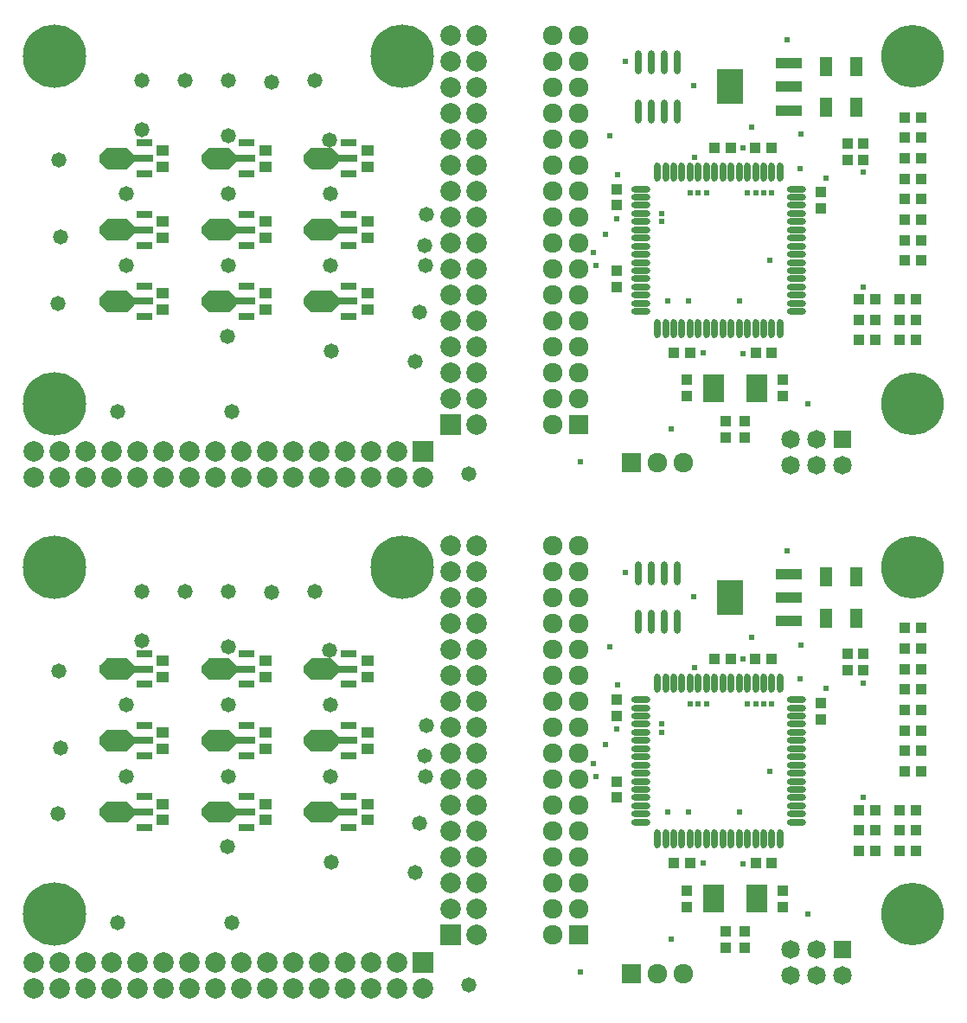
<source format=gts>
G04 Layer_Color=8388736*
%FSLAX25Y25*%
%MOIN*%
G70*
G01*
G75*
%ADD37R,0.04016X0.04409*%
%ADD38O,0.02638X0.07362*%
%ADD39O,0.07362X0.02638*%
%ADD40R,0.07953X0.10709*%
%ADD41R,0.09921X0.13465*%
%ADD42R,0.09921X0.04213*%
%ADD43O,0.02835X0.09134*%
%ADD44R,0.04409X0.04016*%
%ADD45R,0.05000X0.07559*%
%ADD46R,0.04737X0.04343*%
%ADD47R,0.06312X0.03162*%
%ADD48R,0.07887X0.03162*%
%ADD49C,0.07559*%
%ADD50R,0.07559X0.07559*%
%ADD51R,0.07559X0.07559*%
%ADD52C,0.07165*%
%ADD53R,0.07165X0.07165*%
%ADD54C,0.24094*%
%ADD55C,0.02441*%
%ADD56C,0.24422*%
%ADD57R,0.07887X0.07887*%
%ADD58C,0.07887*%
%ADD59R,0.07887X0.07887*%
%ADD60C,0.05800*%
G36*
X126233Y86815D02*
X126285Y86805D01*
X126335Y86788D01*
X126382Y86765D01*
X126425Y86735D01*
X126465Y86701D01*
X129024Y84142D01*
X129058Y84102D01*
X129087Y84059D01*
X129111Y84012D01*
X129127Y83962D01*
X129138Y83911D01*
X129141Y83858D01*
Y81496D01*
X129138Y81444D01*
X129127Y81392D01*
X129111Y81343D01*
X129087Y81296D01*
X129058Y81252D01*
X129024Y81213D01*
X126465Y78654D01*
X126425Y78619D01*
X126382Y78590D01*
X126335Y78567D01*
X126285Y78550D01*
X126233Y78540D01*
X126181Y78536D01*
X118701D01*
X118649Y78540D01*
X118597Y78550D01*
X118547Y78567D01*
X118500Y78590D01*
X118457Y78619D01*
X118417Y78654D01*
X115858Y81213D01*
X115824Y81252D01*
X115795Y81296D01*
X115771Y81343D01*
X115755Y81392D01*
X115744Y81444D01*
X115741Y81496D01*
Y83858D01*
X115744Y83911D01*
X115755Y83962D01*
X115771Y84012D01*
X115795Y84059D01*
X115824Y84102D01*
X115858Y84142D01*
X118417Y86701D01*
X118457Y86735D01*
X118500Y86765D01*
X118547Y86788D01*
X118597Y86805D01*
X118649Y86815D01*
X118701Y86818D01*
X126181D01*
X126233Y86815D01*
D02*
G37*
G36*
X47493Y114374D02*
X47545Y114364D01*
X47594Y114347D01*
X47641Y114324D01*
X47685Y114295D01*
X47725Y114260D01*
X50283Y111701D01*
X50318Y111661D01*
X50347Y111618D01*
X50370Y111571D01*
X50387Y111521D01*
X50397Y111470D01*
X50401Y111417D01*
Y109055D01*
X50397Y109003D01*
X50387Y108951D01*
X50370Y108902D01*
X50347Y108855D01*
X50318Y108811D01*
X50283Y108772D01*
X47725Y106213D01*
X47685Y106178D01*
X47641Y106149D01*
X47594Y106126D01*
X47545Y106109D01*
X47493Y106099D01*
X47441Y106095D01*
X39961D01*
X39908Y106099D01*
X39857Y106109D01*
X39807Y106126D01*
X39760Y106149D01*
X39717Y106178D01*
X39677Y106213D01*
X37118Y108772D01*
X37084Y108811D01*
X37054Y108855D01*
X37031Y108902D01*
X37014Y108951D01*
X37004Y109003D01*
X37001Y109055D01*
Y111417D01*
X37004Y111470D01*
X37014Y111521D01*
X37031Y111571D01*
X37054Y111618D01*
X37084Y111661D01*
X37118Y111701D01*
X39677Y114260D01*
X39717Y114295D01*
X39760Y114324D01*
X39807Y114347D01*
X39857Y114364D01*
X39908Y114374D01*
X39961Y114377D01*
X47441D01*
X47493Y114374D01*
D02*
G37*
G36*
Y86815D02*
X47545Y86805D01*
X47594Y86788D01*
X47641Y86765D01*
X47685Y86735D01*
X47725Y86701D01*
X50283Y84142D01*
X50318Y84102D01*
X50347Y84059D01*
X50370Y84012D01*
X50387Y83962D01*
X50397Y83911D01*
X50401Y83858D01*
Y81496D01*
X50397Y81444D01*
X50387Y81392D01*
X50370Y81343D01*
X50347Y81296D01*
X50318Y81252D01*
X50283Y81213D01*
X47725Y78654D01*
X47685Y78619D01*
X47641Y78590D01*
X47594Y78567D01*
X47545Y78550D01*
X47493Y78540D01*
X47441Y78536D01*
X39961D01*
X39908Y78540D01*
X39857Y78550D01*
X39807Y78567D01*
X39760Y78590D01*
X39717Y78619D01*
X39677Y78654D01*
X37118Y81213D01*
X37084Y81252D01*
X37054Y81296D01*
X37031Y81343D01*
X37014Y81392D01*
X37004Y81444D01*
X37001Y81496D01*
Y83858D01*
X37004Y83911D01*
X37014Y83962D01*
X37031Y84012D01*
X37054Y84059D01*
X37084Y84102D01*
X37118Y84142D01*
X39677Y86701D01*
X39717Y86735D01*
X39760Y86765D01*
X39807Y86788D01*
X39857Y86805D01*
X39908Y86815D01*
X39961Y86818D01*
X47441D01*
X47493Y86815D01*
D02*
G37*
G36*
X86863D02*
X86915Y86805D01*
X86964Y86788D01*
X87011Y86765D01*
X87055Y86735D01*
X87094Y86701D01*
X89654Y84142D01*
X89688Y84102D01*
X89717Y84059D01*
X89741Y84012D01*
X89757Y83962D01*
X89768Y83911D01*
X89771Y83858D01*
Y81496D01*
X89768Y81444D01*
X89757Y81392D01*
X89741Y81343D01*
X89717Y81296D01*
X89688Y81252D01*
X89654Y81213D01*
X87094Y78654D01*
X87055Y78619D01*
X87011Y78590D01*
X86964Y78567D01*
X86915Y78550D01*
X86863Y78540D01*
X86811Y78536D01*
X79331D01*
X79278Y78540D01*
X79227Y78550D01*
X79177Y78567D01*
X79130Y78590D01*
X79087Y78619D01*
X79047Y78654D01*
X76488Y81213D01*
X76454Y81252D01*
X76425Y81296D01*
X76401Y81343D01*
X76385Y81392D01*
X76374Y81444D01*
X76371Y81496D01*
Y83858D01*
X76374Y83911D01*
X76385Y83962D01*
X76401Y84012D01*
X76425Y84059D01*
X76454Y84102D01*
X76488Y84142D01*
X79047Y86701D01*
X79087Y86735D01*
X79130Y86765D01*
X79177Y86788D01*
X79227Y86805D01*
X79278Y86815D01*
X79331Y86818D01*
X86811D01*
X86863Y86815D01*
D02*
G37*
G36*
Y114374D02*
X86915Y114364D01*
X86964Y114347D01*
X87011Y114324D01*
X87055Y114295D01*
X87094Y114260D01*
X89654Y111701D01*
X89688Y111661D01*
X89717Y111618D01*
X89741Y111571D01*
X89757Y111521D01*
X89768Y111470D01*
X89771Y111417D01*
Y109055D01*
X89768Y109003D01*
X89757Y108951D01*
X89741Y108902D01*
X89717Y108855D01*
X89688Y108811D01*
X89654Y108772D01*
X87094Y106213D01*
X87055Y106178D01*
X87011Y106149D01*
X86964Y106126D01*
X86915Y106109D01*
X86863Y106099D01*
X86811Y106095D01*
X79331D01*
X79278Y106099D01*
X79227Y106109D01*
X79177Y106126D01*
X79130Y106149D01*
X79087Y106178D01*
X79047Y106213D01*
X76488Y108772D01*
X76454Y108811D01*
X76425Y108855D01*
X76401Y108902D01*
X76385Y108951D01*
X76374Y109003D01*
X76371Y109055D01*
Y111417D01*
X76374Y111470D01*
X76385Y111521D01*
X76401Y111571D01*
X76425Y111618D01*
X76454Y111661D01*
X76488Y111701D01*
X79047Y114260D01*
X79087Y114295D01*
X79130Y114324D01*
X79177Y114347D01*
X79227Y114364D01*
X79278Y114374D01*
X79331Y114377D01*
X86811D01*
X86863Y114374D01*
D02*
G37*
G36*
Y141933D02*
X86915Y141923D01*
X86964Y141906D01*
X87011Y141883D01*
X87055Y141853D01*
X87094Y141819D01*
X89654Y139260D01*
X89688Y139220D01*
X89717Y139177D01*
X89741Y139130D01*
X89757Y139080D01*
X89768Y139029D01*
X89771Y138976D01*
Y136614D01*
X89768Y136562D01*
X89757Y136511D01*
X89741Y136461D01*
X89717Y136414D01*
X89688Y136370D01*
X89654Y136331D01*
X87094Y133772D01*
X87055Y133737D01*
X87011Y133708D01*
X86964Y133685D01*
X86915Y133668D01*
X86863Y133658D01*
X86811Y133654D01*
X79331D01*
X79278Y133658D01*
X79227Y133668D01*
X79177Y133685D01*
X79130Y133708D01*
X79087Y133737D01*
X79047Y133772D01*
X76488Y136331D01*
X76454Y136370D01*
X76425Y136414D01*
X76401Y136461D01*
X76385Y136511D01*
X76374Y136562D01*
X76371Y136614D01*
Y138976D01*
X76374Y139029D01*
X76385Y139080D01*
X76401Y139130D01*
X76425Y139177D01*
X76454Y139220D01*
X76488Y139260D01*
X79047Y141819D01*
X79087Y141853D01*
X79130Y141883D01*
X79177Y141906D01*
X79227Y141923D01*
X79278Y141933D01*
X79331Y141936D01*
X86811D01*
X86863Y141933D01*
D02*
G37*
G36*
X126233D02*
X126285Y141923D01*
X126335Y141906D01*
X126382Y141883D01*
X126425Y141853D01*
X126465Y141819D01*
X129024Y139260D01*
X129058Y139220D01*
X129087Y139177D01*
X129111Y139130D01*
X129127Y139080D01*
X129138Y139029D01*
X129141Y138976D01*
Y136614D01*
X129138Y136562D01*
X129127Y136511D01*
X129111Y136461D01*
X129087Y136414D01*
X129058Y136370D01*
X129024Y136331D01*
X126465Y133772D01*
X126425Y133737D01*
X126382Y133708D01*
X126335Y133685D01*
X126285Y133668D01*
X126233Y133658D01*
X126181Y133654D01*
X118701D01*
X118649Y133658D01*
X118597Y133668D01*
X118547Y133685D01*
X118500Y133708D01*
X118457Y133737D01*
X118417Y133772D01*
X115858Y136331D01*
X115824Y136370D01*
X115795Y136414D01*
X115771Y136461D01*
X115755Y136511D01*
X115744Y136562D01*
X115741Y136614D01*
Y138976D01*
X115744Y139029D01*
X115755Y139080D01*
X115771Y139130D01*
X115795Y139177D01*
X115824Y139220D01*
X115858Y139260D01*
X118417Y141819D01*
X118457Y141853D01*
X118500Y141883D01*
X118547Y141906D01*
X118597Y141923D01*
X118649Y141933D01*
X118701Y141936D01*
X126181D01*
X126233Y141933D01*
D02*
G37*
G36*
Y114374D02*
X126285Y114364D01*
X126335Y114347D01*
X126382Y114324D01*
X126425Y114295D01*
X126465Y114260D01*
X129024Y111701D01*
X129058Y111661D01*
X129087Y111618D01*
X129111Y111571D01*
X129127Y111521D01*
X129138Y111470D01*
X129141Y111417D01*
Y109055D01*
X129138Y109003D01*
X129127Y108951D01*
X129111Y108902D01*
X129087Y108855D01*
X129058Y108811D01*
X129024Y108772D01*
X126465Y106213D01*
X126425Y106178D01*
X126382Y106149D01*
X126335Y106126D01*
X126285Y106109D01*
X126233Y106099D01*
X126181Y106095D01*
X118701D01*
X118649Y106099D01*
X118597Y106109D01*
X118547Y106126D01*
X118500Y106149D01*
X118457Y106178D01*
X118417Y106213D01*
X115858Y108772D01*
X115824Y108811D01*
X115795Y108855D01*
X115771Y108902D01*
X115755Y108951D01*
X115744Y109003D01*
X115741Y109055D01*
Y111417D01*
X115744Y111470D01*
X115755Y111521D01*
X115771Y111571D01*
X115795Y111618D01*
X115824Y111661D01*
X115858Y111701D01*
X118417Y114260D01*
X118457Y114295D01*
X118500Y114324D01*
X118547Y114347D01*
X118597Y114364D01*
X118649Y114374D01*
X118701Y114377D01*
X126181D01*
X126233Y114374D01*
D02*
G37*
G36*
X47493Y141933D02*
X47545Y141923D01*
X47594Y141906D01*
X47641Y141883D01*
X47685Y141853D01*
X47725Y141819D01*
X50283Y139260D01*
X50318Y139220D01*
X50347Y139177D01*
X50370Y139130D01*
X50387Y139080D01*
X50397Y139029D01*
X50401Y138976D01*
Y136614D01*
X50397Y136562D01*
X50387Y136511D01*
X50370Y136461D01*
X50347Y136414D01*
X50318Y136370D01*
X50283Y136331D01*
X47725Y133772D01*
X47685Y133737D01*
X47641Y133708D01*
X47594Y133685D01*
X47545Y133668D01*
X47493Y133658D01*
X47441Y133654D01*
X39961D01*
X39908Y133658D01*
X39857Y133668D01*
X39807Y133685D01*
X39760Y133708D01*
X39717Y133737D01*
X39677Y133772D01*
X37118Y136331D01*
X37084Y136370D01*
X37054Y136414D01*
X37031Y136461D01*
X37014Y136511D01*
X37004Y136562D01*
X37001Y136614D01*
Y138976D01*
X37004Y139029D01*
X37014Y139080D01*
X37031Y139130D01*
X37054Y139177D01*
X37084Y139220D01*
X37118Y139260D01*
X39677Y141819D01*
X39717Y141853D01*
X39760Y141883D01*
X39807Y141906D01*
X39857Y141923D01*
X39908Y141933D01*
X39961Y141936D01*
X47441D01*
X47493Y141933D01*
D02*
G37*
G36*
X126233Y283665D02*
X126285Y283655D01*
X126335Y283638D01*
X126382Y283615D01*
X126425Y283586D01*
X126465Y283551D01*
X129024Y280992D01*
X129058Y280953D01*
X129087Y280909D01*
X129111Y280862D01*
X129127Y280813D01*
X129138Y280761D01*
X129141Y280709D01*
Y278346D01*
X129138Y278294D01*
X129127Y278243D01*
X129111Y278193D01*
X129087Y278146D01*
X129058Y278102D01*
X129024Y278063D01*
X126465Y275504D01*
X126425Y275469D01*
X126382Y275440D01*
X126335Y275417D01*
X126285Y275400D01*
X126233Y275390D01*
X126181Y275387D01*
X118701D01*
X118649Y275390D01*
X118597Y275400D01*
X118547Y275417D01*
X118500Y275440D01*
X118457Y275469D01*
X118417Y275504D01*
X115858Y278063D01*
X115824Y278102D01*
X115795Y278146D01*
X115771Y278193D01*
X115755Y278243D01*
X115744Y278294D01*
X115741Y278346D01*
Y280709D01*
X115744Y280761D01*
X115755Y280813D01*
X115771Y280862D01*
X115795Y280909D01*
X115824Y280953D01*
X115858Y280992D01*
X118417Y283551D01*
X118457Y283586D01*
X118500Y283615D01*
X118547Y283638D01*
X118597Y283655D01*
X118649Y283665D01*
X118701Y283669D01*
X126181D01*
X126233Y283665D01*
D02*
G37*
G36*
X47493Y311224D02*
X47545Y311214D01*
X47594Y311197D01*
X47641Y311174D01*
X47685Y311145D01*
X47725Y311110D01*
X50283Y308551D01*
X50318Y308512D01*
X50347Y308468D01*
X50370Y308421D01*
X50387Y308371D01*
X50397Y308320D01*
X50401Y308268D01*
Y305906D01*
X50397Y305853D01*
X50387Y305802D01*
X50370Y305752D01*
X50347Y305705D01*
X50318Y305662D01*
X50283Y305622D01*
X47725Y303063D01*
X47685Y303028D01*
X47641Y302999D01*
X47594Y302976D01*
X47545Y302959D01*
X47493Y302949D01*
X47441Y302946D01*
X39961D01*
X39908Y302949D01*
X39857Y302959D01*
X39807Y302976D01*
X39760Y302999D01*
X39717Y303028D01*
X39677Y303063D01*
X37118Y305622D01*
X37084Y305662D01*
X37054Y305705D01*
X37031Y305752D01*
X37014Y305802D01*
X37004Y305853D01*
X37001Y305906D01*
Y308268D01*
X37004Y308320D01*
X37014Y308371D01*
X37031Y308421D01*
X37054Y308468D01*
X37084Y308512D01*
X37118Y308551D01*
X39677Y311110D01*
X39717Y311145D01*
X39760Y311174D01*
X39807Y311197D01*
X39857Y311214D01*
X39908Y311224D01*
X39961Y311228D01*
X47441D01*
X47493Y311224D01*
D02*
G37*
G36*
Y283665D02*
X47545Y283655D01*
X47594Y283638D01*
X47641Y283615D01*
X47685Y283586D01*
X47725Y283551D01*
X50283Y280992D01*
X50318Y280953D01*
X50347Y280909D01*
X50370Y280862D01*
X50387Y280813D01*
X50397Y280761D01*
X50401Y280709D01*
Y278346D01*
X50397Y278294D01*
X50387Y278243D01*
X50370Y278193D01*
X50347Y278146D01*
X50318Y278102D01*
X50283Y278063D01*
X47725Y275504D01*
X47685Y275469D01*
X47641Y275440D01*
X47594Y275417D01*
X47545Y275400D01*
X47493Y275390D01*
X47441Y275387D01*
X39961D01*
X39908Y275390D01*
X39857Y275400D01*
X39807Y275417D01*
X39760Y275440D01*
X39717Y275469D01*
X39677Y275504D01*
X37118Y278063D01*
X37084Y278102D01*
X37054Y278146D01*
X37031Y278193D01*
X37014Y278243D01*
X37004Y278294D01*
X37001Y278346D01*
Y280709D01*
X37004Y280761D01*
X37014Y280813D01*
X37031Y280862D01*
X37054Y280909D01*
X37084Y280953D01*
X37118Y280992D01*
X39677Y283551D01*
X39717Y283586D01*
X39760Y283615D01*
X39807Y283638D01*
X39857Y283655D01*
X39908Y283665D01*
X39961Y283669D01*
X47441D01*
X47493Y283665D01*
D02*
G37*
G36*
X86863D02*
X86915Y283655D01*
X86964Y283638D01*
X87011Y283615D01*
X87055Y283586D01*
X87094Y283551D01*
X89654Y280992D01*
X89688Y280953D01*
X89717Y280909D01*
X89741Y280862D01*
X89757Y280813D01*
X89768Y280761D01*
X89771Y280709D01*
Y278346D01*
X89768Y278294D01*
X89757Y278243D01*
X89741Y278193D01*
X89717Y278146D01*
X89688Y278102D01*
X89654Y278063D01*
X87094Y275504D01*
X87055Y275469D01*
X87011Y275440D01*
X86964Y275417D01*
X86915Y275400D01*
X86863Y275390D01*
X86811Y275387D01*
X79331D01*
X79278Y275390D01*
X79227Y275400D01*
X79177Y275417D01*
X79130Y275440D01*
X79087Y275469D01*
X79047Y275504D01*
X76488Y278063D01*
X76454Y278102D01*
X76425Y278146D01*
X76401Y278193D01*
X76385Y278243D01*
X76374Y278294D01*
X76371Y278346D01*
Y280709D01*
X76374Y280761D01*
X76385Y280813D01*
X76401Y280862D01*
X76425Y280909D01*
X76454Y280953D01*
X76488Y280992D01*
X79047Y283551D01*
X79087Y283586D01*
X79130Y283615D01*
X79177Y283638D01*
X79227Y283655D01*
X79278Y283665D01*
X79331Y283669D01*
X86811D01*
X86863Y283665D01*
D02*
G37*
G36*
Y311224D02*
X86915Y311214D01*
X86964Y311197D01*
X87011Y311174D01*
X87055Y311145D01*
X87094Y311110D01*
X89654Y308551D01*
X89688Y308512D01*
X89717Y308468D01*
X89741Y308421D01*
X89757Y308371D01*
X89768Y308320D01*
X89771Y308268D01*
Y305906D01*
X89768Y305853D01*
X89757Y305802D01*
X89741Y305752D01*
X89717Y305705D01*
X89688Y305662D01*
X89654Y305622D01*
X87094Y303063D01*
X87055Y303028D01*
X87011Y302999D01*
X86964Y302976D01*
X86915Y302959D01*
X86863Y302949D01*
X86811Y302946D01*
X79331D01*
X79278Y302949D01*
X79227Y302959D01*
X79177Y302976D01*
X79130Y302999D01*
X79087Y303028D01*
X79047Y303063D01*
X76488Y305622D01*
X76454Y305662D01*
X76425Y305705D01*
X76401Y305752D01*
X76385Y305802D01*
X76374Y305853D01*
X76371Y305906D01*
Y308268D01*
X76374Y308320D01*
X76385Y308371D01*
X76401Y308421D01*
X76425Y308468D01*
X76454Y308512D01*
X76488Y308551D01*
X79047Y311110D01*
X79087Y311145D01*
X79130Y311174D01*
X79177Y311197D01*
X79227Y311214D01*
X79278Y311224D01*
X79331Y311228D01*
X86811D01*
X86863Y311224D01*
D02*
G37*
G36*
Y338783D02*
X86915Y338773D01*
X86964Y338756D01*
X87011Y338733D01*
X87055Y338704D01*
X87094Y338669D01*
X89654Y336110D01*
X89688Y336071D01*
X89717Y336027D01*
X89741Y335980D01*
X89757Y335931D01*
X89768Y335879D01*
X89771Y335827D01*
Y333465D01*
X89768Y333412D01*
X89757Y333361D01*
X89741Y333311D01*
X89717Y333264D01*
X89688Y333221D01*
X89654Y333181D01*
X87094Y330622D01*
X87055Y330588D01*
X87011Y330558D01*
X86964Y330535D01*
X86915Y330518D01*
X86863Y330508D01*
X86811Y330505D01*
X79331D01*
X79278Y330508D01*
X79227Y330518D01*
X79177Y330535D01*
X79130Y330558D01*
X79087Y330588D01*
X79047Y330622D01*
X76488Y333181D01*
X76454Y333221D01*
X76425Y333264D01*
X76401Y333311D01*
X76385Y333361D01*
X76374Y333412D01*
X76371Y333465D01*
Y335827D01*
X76374Y335879D01*
X76385Y335931D01*
X76401Y335980D01*
X76425Y336027D01*
X76454Y336071D01*
X76488Y336110D01*
X79047Y338669D01*
X79087Y338704D01*
X79130Y338733D01*
X79177Y338756D01*
X79227Y338773D01*
X79278Y338783D01*
X79331Y338787D01*
X86811D01*
X86863Y338783D01*
D02*
G37*
G36*
X126233D02*
X126285Y338773D01*
X126335Y338756D01*
X126382Y338733D01*
X126425Y338704D01*
X126465Y338669D01*
X129024Y336110D01*
X129058Y336071D01*
X129087Y336027D01*
X129111Y335980D01*
X129127Y335931D01*
X129138Y335879D01*
X129141Y335827D01*
Y333465D01*
X129138Y333412D01*
X129127Y333361D01*
X129111Y333311D01*
X129087Y333264D01*
X129058Y333221D01*
X129024Y333181D01*
X126465Y330622D01*
X126425Y330588D01*
X126382Y330558D01*
X126335Y330535D01*
X126285Y330518D01*
X126233Y330508D01*
X126181Y330505D01*
X118701D01*
X118649Y330508D01*
X118597Y330518D01*
X118547Y330535D01*
X118500Y330558D01*
X118457Y330588D01*
X118417Y330622D01*
X115858Y333181D01*
X115824Y333221D01*
X115795Y333264D01*
X115771Y333311D01*
X115755Y333361D01*
X115744Y333412D01*
X115741Y333465D01*
Y335827D01*
X115744Y335879D01*
X115755Y335931D01*
X115771Y335980D01*
X115795Y336027D01*
X115824Y336071D01*
X115858Y336110D01*
X118417Y338669D01*
X118457Y338704D01*
X118500Y338733D01*
X118547Y338756D01*
X118597Y338773D01*
X118649Y338783D01*
X118701Y338787D01*
X126181D01*
X126233Y338783D01*
D02*
G37*
G36*
Y311224D02*
X126285Y311214D01*
X126335Y311197D01*
X126382Y311174D01*
X126425Y311145D01*
X126465Y311110D01*
X129024Y308551D01*
X129058Y308512D01*
X129087Y308468D01*
X129111Y308421D01*
X129127Y308371D01*
X129138Y308320D01*
X129141Y308268D01*
Y305906D01*
X129138Y305853D01*
X129127Y305802D01*
X129111Y305752D01*
X129087Y305705D01*
X129058Y305662D01*
X129024Y305622D01*
X126465Y303063D01*
X126425Y303028D01*
X126382Y302999D01*
X126335Y302976D01*
X126285Y302959D01*
X126233Y302949D01*
X126181Y302946D01*
X118701D01*
X118649Y302949D01*
X118597Y302959D01*
X118547Y302976D01*
X118500Y302999D01*
X118457Y303028D01*
X118417Y303063D01*
X115858Y305622D01*
X115824Y305662D01*
X115795Y305705D01*
X115771Y305752D01*
X115755Y305802D01*
X115744Y305853D01*
X115741Y305906D01*
Y308268D01*
X115744Y308320D01*
X115755Y308371D01*
X115771Y308421D01*
X115795Y308468D01*
X115824Y308512D01*
X115858Y308551D01*
X118417Y311110D01*
X118457Y311145D01*
X118500Y311174D01*
X118547Y311197D01*
X118597Y311214D01*
X118649Y311224D01*
X118701Y311228D01*
X126181D01*
X126233Y311224D01*
D02*
G37*
G36*
X47493Y338783D02*
X47545Y338773D01*
X47594Y338756D01*
X47641Y338733D01*
X47685Y338704D01*
X47725Y338669D01*
X50283Y336110D01*
X50318Y336071D01*
X50347Y336027D01*
X50370Y335980D01*
X50387Y335931D01*
X50397Y335879D01*
X50401Y335827D01*
Y333465D01*
X50397Y333412D01*
X50387Y333361D01*
X50370Y333311D01*
X50347Y333264D01*
X50318Y333221D01*
X50283Y333181D01*
X47725Y330622D01*
X47685Y330588D01*
X47641Y330558D01*
X47594Y330535D01*
X47545Y330518D01*
X47493Y330508D01*
X47441Y330505D01*
X39961D01*
X39908Y330508D01*
X39857Y330518D01*
X39807Y330535D01*
X39760Y330558D01*
X39717Y330588D01*
X39677Y330622D01*
X37118Y333181D01*
X37084Y333221D01*
X37054Y333264D01*
X37031Y333311D01*
X37014Y333361D01*
X37004Y333412D01*
X37001Y333465D01*
Y335827D01*
X37004Y335879D01*
X37014Y335931D01*
X37031Y335980D01*
X37054Y336027D01*
X37084Y336071D01*
X37118Y336110D01*
X39677Y338669D01*
X39717Y338704D01*
X39760Y338733D01*
X39807Y338756D01*
X39857Y338773D01*
X39908Y338783D01*
X39961Y338787D01*
X47441D01*
X47493Y338783D01*
D02*
G37*
D37*
X353543Y153543D02*
D03*
X347244D02*
D03*
X353543Y145669D02*
D03*
X347244D02*
D03*
X353543Y137795D02*
D03*
X347244D02*
D03*
X353543Y129921D02*
D03*
X347244D02*
D03*
X353543Y122047D02*
D03*
X347244D02*
D03*
X353543Y114173D02*
D03*
X347244D02*
D03*
X353543Y106299D02*
D03*
X347244D02*
D03*
X353543Y98425D02*
D03*
X347244D02*
D03*
X335827Y83465D02*
D03*
X329528D02*
D03*
X335827Y75591D02*
D03*
X329528D02*
D03*
X335827Y67717D02*
D03*
X329528D02*
D03*
X345276Y83465D02*
D03*
X351575D02*
D03*
X345276Y75591D02*
D03*
X351575D02*
D03*
X345276Y67717D02*
D03*
X351575D02*
D03*
X296063Y62992D02*
D03*
X289764D02*
D03*
X258268D02*
D03*
X264567D02*
D03*
X280315Y141732D02*
D03*
X274016D02*
D03*
X289665D02*
D03*
X295965D02*
D03*
X353543Y350394D02*
D03*
X347244D02*
D03*
X353543Y342520D02*
D03*
X347244D02*
D03*
X353543Y334646D02*
D03*
X347244D02*
D03*
X353543Y326772D02*
D03*
X347244D02*
D03*
X353543Y318898D02*
D03*
X347244D02*
D03*
X353543Y311024D02*
D03*
X347244D02*
D03*
X353543Y303150D02*
D03*
X347244D02*
D03*
X353543Y295276D02*
D03*
X347244D02*
D03*
X335827Y280315D02*
D03*
X329528D02*
D03*
X335827Y272441D02*
D03*
X329528D02*
D03*
X335827Y264567D02*
D03*
X329528D02*
D03*
X345276Y280315D02*
D03*
X351575D02*
D03*
X345276Y272441D02*
D03*
X351575D02*
D03*
X345276Y264567D02*
D03*
X351575D02*
D03*
X296063Y259843D02*
D03*
X289764D02*
D03*
X258268D02*
D03*
X264567D02*
D03*
X280315Y338583D02*
D03*
X274016D02*
D03*
X289665D02*
D03*
X295965D02*
D03*
D38*
X299213Y72244D02*
D03*
X296063D02*
D03*
X292913D02*
D03*
X289764D02*
D03*
X286614D02*
D03*
X283465D02*
D03*
X280315D02*
D03*
X277165D02*
D03*
X274016D02*
D03*
X270866D02*
D03*
X267717D02*
D03*
X264567D02*
D03*
X261417D02*
D03*
X258268D02*
D03*
X255118D02*
D03*
X251969D02*
D03*
Y132480D02*
D03*
X255118D02*
D03*
X258268D02*
D03*
X261417D02*
D03*
X264567D02*
D03*
X267717D02*
D03*
X270866D02*
D03*
X274016D02*
D03*
X277165D02*
D03*
X280315D02*
D03*
X283465D02*
D03*
X286614D02*
D03*
X289764D02*
D03*
X292913D02*
D03*
X296063D02*
D03*
X299213D02*
D03*
Y269095D02*
D03*
X296063D02*
D03*
X292913D02*
D03*
X289764D02*
D03*
X286614D02*
D03*
X283465D02*
D03*
X280315D02*
D03*
X277165D02*
D03*
X274016D02*
D03*
X270866D02*
D03*
X267717D02*
D03*
X264567D02*
D03*
X261417D02*
D03*
X258268D02*
D03*
X255118D02*
D03*
X251969D02*
D03*
Y329331D02*
D03*
X255118D02*
D03*
X258268D02*
D03*
X261417D02*
D03*
X264567D02*
D03*
X267717D02*
D03*
X270866D02*
D03*
X274016D02*
D03*
X277165D02*
D03*
X280315D02*
D03*
X283465D02*
D03*
X286614D02*
D03*
X289764D02*
D03*
X292913D02*
D03*
X296063D02*
D03*
X299213D02*
D03*
D39*
X245473Y78740D02*
D03*
Y81890D02*
D03*
Y85039D02*
D03*
Y88189D02*
D03*
Y91339D02*
D03*
Y94488D02*
D03*
Y97638D02*
D03*
Y100787D02*
D03*
Y103937D02*
D03*
Y107087D02*
D03*
Y110236D02*
D03*
Y113386D02*
D03*
Y116535D02*
D03*
Y119685D02*
D03*
Y122835D02*
D03*
Y125984D02*
D03*
X305709D02*
D03*
Y122835D02*
D03*
Y119685D02*
D03*
Y116535D02*
D03*
Y113386D02*
D03*
Y110236D02*
D03*
Y107087D02*
D03*
Y103937D02*
D03*
Y100787D02*
D03*
Y97638D02*
D03*
Y94488D02*
D03*
Y91339D02*
D03*
Y88189D02*
D03*
Y85039D02*
D03*
Y81890D02*
D03*
Y78740D02*
D03*
X245473Y275591D02*
D03*
Y278740D02*
D03*
Y281890D02*
D03*
Y285039D02*
D03*
Y288189D02*
D03*
Y291339D02*
D03*
Y294488D02*
D03*
Y297638D02*
D03*
Y300787D02*
D03*
Y303937D02*
D03*
Y307087D02*
D03*
Y310236D02*
D03*
Y313386D02*
D03*
Y316535D02*
D03*
Y319685D02*
D03*
Y322835D02*
D03*
X305709D02*
D03*
Y319685D02*
D03*
Y316535D02*
D03*
Y313386D02*
D03*
Y310236D02*
D03*
Y307087D02*
D03*
Y303937D02*
D03*
Y300787D02*
D03*
Y297638D02*
D03*
Y294488D02*
D03*
Y291339D02*
D03*
Y288189D02*
D03*
Y285039D02*
D03*
Y281890D02*
D03*
Y278740D02*
D03*
Y275591D02*
D03*
D40*
X290390Y49213D02*
D03*
X273461D02*
D03*
X290390Y246063D02*
D03*
X273461D02*
D03*
D41*
X279921Y165354D02*
D03*
Y362205D02*
D03*
D42*
X302756Y174409D02*
D03*
Y165354D02*
D03*
Y156299D02*
D03*
Y371260D02*
D03*
Y362205D02*
D03*
Y353150D02*
D03*
D43*
X244468Y155906D02*
D03*
X249468D02*
D03*
X254468D02*
D03*
X259469D02*
D03*
X244468Y174803D02*
D03*
X249468D02*
D03*
X254468D02*
D03*
X259469D02*
D03*
X244468Y352756D02*
D03*
X249468D02*
D03*
X254468D02*
D03*
X259469D02*
D03*
X244468Y371654D02*
D03*
X249468D02*
D03*
X254468D02*
D03*
X259469D02*
D03*
D44*
X278346Y30315D02*
D03*
Y36614D02*
D03*
X236221Y94488D02*
D03*
Y88189D02*
D03*
Y125984D02*
D03*
Y119685D02*
D03*
X314961Y118406D02*
D03*
Y124705D02*
D03*
X263386Y46063D02*
D03*
Y52362D02*
D03*
X300394Y46063D02*
D03*
Y52362D02*
D03*
X285433Y30315D02*
D03*
Y36614D02*
D03*
X325197Y137303D02*
D03*
Y143602D02*
D03*
X331299Y143602D02*
D03*
Y137303D02*
D03*
X278346Y227165D02*
D03*
Y233465D02*
D03*
X236221Y291339D02*
D03*
Y285039D02*
D03*
Y322835D02*
D03*
Y316535D02*
D03*
X314961Y315256D02*
D03*
Y321555D02*
D03*
X263386Y242914D02*
D03*
Y249213D02*
D03*
X300394Y242914D02*
D03*
Y249213D02*
D03*
X285433Y227165D02*
D03*
Y233465D02*
D03*
X325197Y334154D02*
D03*
Y340453D02*
D03*
X331299Y340453D02*
D03*
Y334154D02*
D03*
D45*
X328740Y157480D02*
D03*
X316929D02*
D03*
X328740Y173228D02*
D03*
X316929D02*
D03*
X328740Y354331D02*
D03*
X316929D02*
D03*
X328740Y370079D02*
D03*
X316929D02*
D03*
D46*
X61417Y134646D02*
D03*
Y140945D02*
D03*
X100787Y134646D02*
D03*
Y140945D02*
D03*
Y107087D02*
D03*
Y113386D02*
D03*
Y79528D02*
D03*
Y85827D02*
D03*
X61417Y79528D02*
D03*
Y85827D02*
D03*
Y107087D02*
D03*
Y113386D02*
D03*
X140157Y134646D02*
D03*
Y140945D02*
D03*
Y107087D02*
D03*
Y113386D02*
D03*
Y79528D02*
D03*
Y85827D02*
D03*
X61417Y331496D02*
D03*
Y337795D02*
D03*
X100787Y331496D02*
D03*
Y337795D02*
D03*
Y303937D02*
D03*
Y310236D02*
D03*
Y276378D02*
D03*
Y282677D02*
D03*
X61417Y276378D02*
D03*
Y282677D02*
D03*
Y303937D02*
D03*
Y310236D02*
D03*
X140157Y331496D02*
D03*
Y337795D02*
D03*
Y303937D02*
D03*
Y310236D02*
D03*
Y276378D02*
D03*
Y282677D02*
D03*
D47*
X54331Y88583D02*
D03*
Y76772D02*
D03*
Y116142D02*
D03*
Y104331D02*
D03*
Y143701D02*
D03*
Y131890D02*
D03*
X93701Y143701D02*
D03*
Y131890D02*
D03*
Y116142D02*
D03*
Y104331D02*
D03*
Y88583D02*
D03*
Y76772D02*
D03*
X133071Y88583D02*
D03*
Y76772D02*
D03*
Y116142D02*
D03*
Y104331D02*
D03*
Y143701D02*
D03*
Y131890D02*
D03*
X54331Y285433D02*
D03*
Y273622D02*
D03*
Y312992D02*
D03*
Y301181D02*
D03*
Y340551D02*
D03*
Y328740D02*
D03*
X93701Y340551D02*
D03*
Y328740D02*
D03*
Y312992D02*
D03*
Y301181D02*
D03*
Y285433D02*
D03*
Y273622D02*
D03*
X133071Y285433D02*
D03*
Y273622D02*
D03*
Y312992D02*
D03*
Y301181D02*
D03*
Y340551D02*
D03*
Y328740D02*
D03*
D48*
X53543Y82677D02*
D03*
Y110236D02*
D03*
Y137795D02*
D03*
X92913D02*
D03*
Y110236D02*
D03*
Y82677D02*
D03*
X132283D02*
D03*
Y110236D02*
D03*
Y137795D02*
D03*
X53543Y279528D02*
D03*
Y307087D02*
D03*
Y334646D02*
D03*
X92913D02*
D03*
Y307087D02*
D03*
Y279528D02*
D03*
X132283D02*
D03*
Y307087D02*
D03*
Y334646D02*
D03*
D49*
X211536Y185236D02*
D03*
Y175236D02*
D03*
Y165236D02*
D03*
Y155236D02*
D03*
Y145236D02*
D03*
Y135236D02*
D03*
Y125236D02*
D03*
Y115236D02*
D03*
Y105236D02*
D03*
Y95236D02*
D03*
Y85236D02*
D03*
Y75236D02*
D03*
Y65236D02*
D03*
Y55236D02*
D03*
Y45236D02*
D03*
Y35236D02*
D03*
X221535Y45236D02*
D03*
Y55236D02*
D03*
Y65236D02*
D03*
Y75236D02*
D03*
Y85236D02*
D03*
Y95236D02*
D03*
Y105236D02*
D03*
Y115236D02*
D03*
Y125236D02*
D03*
Y135236D02*
D03*
Y145236D02*
D03*
Y155236D02*
D03*
Y165236D02*
D03*
Y175236D02*
D03*
Y185236D02*
D03*
X261968Y20472D02*
D03*
X251969D02*
D03*
X211536Y382087D02*
D03*
Y372087D02*
D03*
Y362087D02*
D03*
Y352087D02*
D03*
Y342087D02*
D03*
Y332087D02*
D03*
Y322087D02*
D03*
Y312087D02*
D03*
Y302087D02*
D03*
Y292087D02*
D03*
Y282087D02*
D03*
Y272087D02*
D03*
Y262087D02*
D03*
Y252087D02*
D03*
Y242087D02*
D03*
Y232087D02*
D03*
X221535Y242087D02*
D03*
Y252087D02*
D03*
Y262087D02*
D03*
Y272087D02*
D03*
Y282087D02*
D03*
Y292087D02*
D03*
Y302087D02*
D03*
Y312087D02*
D03*
Y322087D02*
D03*
Y332087D02*
D03*
Y342087D02*
D03*
Y352087D02*
D03*
Y362087D02*
D03*
Y372087D02*
D03*
Y382087D02*
D03*
X261968Y217323D02*
D03*
X251969D02*
D03*
D50*
X221535Y35236D02*
D03*
Y232087D02*
D03*
D51*
X241968Y20472D02*
D03*
Y217323D02*
D03*
D52*
X303228Y19528D02*
D03*
Y29528D02*
D03*
X313228Y19528D02*
D03*
Y29528D02*
D03*
X323228Y19528D02*
D03*
X303228Y216378D02*
D03*
Y226378D02*
D03*
X313228Y216378D02*
D03*
Y226378D02*
D03*
X323228Y216378D02*
D03*
D53*
Y29528D02*
D03*
Y226378D02*
D03*
D54*
X350394Y43307D02*
D03*
Y177165D02*
D03*
Y240158D02*
D03*
Y374016D02*
D03*
D55*
X331398Y88189D02*
D03*
Y132480D02*
D03*
X257283Y33563D02*
D03*
X231890Y108563D02*
D03*
X227362Y101378D02*
D03*
X228150Y96358D02*
D03*
X233465Y146358D02*
D03*
X265945Y165748D02*
D03*
X222244Y20965D02*
D03*
X236221Y114665D02*
D03*
X239665Y175099D02*
D03*
X270866Y124508D02*
D03*
X267717Y124508D02*
D03*
X264567D02*
D03*
X292913D02*
D03*
X296063D02*
D03*
X295276Y98425D02*
D03*
X289764Y124508D02*
D03*
X286614D02*
D03*
X253445Y113386D02*
D03*
Y116535D02*
D03*
X236516Y131595D02*
D03*
X307087Y133858D02*
D03*
X263780Y82677D02*
D03*
X301969Y183465D02*
D03*
X288189Y150000D02*
D03*
X255906Y82677D02*
D03*
X316929Y130315D02*
D03*
X285039Y62599D02*
D03*
X269685Y62992D02*
D03*
X310039Y43307D02*
D03*
X283465Y82677D02*
D03*
X307185Y147047D02*
D03*
X284941Y141732D02*
D03*
X266142Y138287D02*
D03*
X331398Y285039D02*
D03*
Y329331D02*
D03*
X257283Y230414D02*
D03*
X231890Y305414D02*
D03*
X227362Y298228D02*
D03*
X228150Y293209D02*
D03*
X233465Y343209D02*
D03*
X265945Y362598D02*
D03*
X222244Y217815D02*
D03*
X236221Y311516D02*
D03*
X239665Y371949D02*
D03*
X270866Y321358D02*
D03*
X267717Y321358D02*
D03*
X264567D02*
D03*
X292913D02*
D03*
X296063D02*
D03*
X295276Y295276D02*
D03*
X289764Y321358D02*
D03*
X286614D02*
D03*
X253445Y310236D02*
D03*
Y313386D02*
D03*
X236516Y328445D02*
D03*
X307087Y330709D02*
D03*
X263780Y279528D02*
D03*
X301969Y380315D02*
D03*
X288189Y346850D02*
D03*
X255906Y279528D02*
D03*
X316929Y327165D02*
D03*
X285039Y259449D02*
D03*
X269685Y259843D02*
D03*
X310039Y240158D02*
D03*
X283465Y279528D02*
D03*
X307185Y343898D02*
D03*
X284941Y338583D02*
D03*
X266142Y335138D02*
D03*
D56*
X153543Y177165D02*
D03*
X19685Y43307D02*
D03*
Y177165D02*
D03*
X153543Y374016D02*
D03*
X19685Y240158D02*
D03*
Y374016D02*
D03*
D57*
X172165Y35236D02*
D03*
Y232087D02*
D03*
D58*
Y45236D02*
D03*
Y55236D02*
D03*
Y65236D02*
D03*
Y75236D02*
D03*
Y85236D02*
D03*
Y95236D02*
D03*
Y105236D02*
D03*
Y115236D02*
D03*
Y125236D02*
D03*
Y135236D02*
D03*
Y145236D02*
D03*
Y155236D02*
D03*
Y165236D02*
D03*
Y175236D02*
D03*
Y185236D02*
D03*
X182165Y35236D02*
D03*
Y45236D02*
D03*
Y55236D02*
D03*
Y65236D02*
D03*
Y75236D02*
D03*
Y85236D02*
D03*
Y95236D02*
D03*
Y105236D02*
D03*
Y115236D02*
D03*
Y125236D02*
D03*
Y135236D02*
D03*
Y145236D02*
D03*
Y155236D02*
D03*
Y165236D02*
D03*
Y175236D02*
D03*
Y185236D02*
D03*
X11614Y24685D02*
D03*
X21614D02*
D03*
X31614D02*
D03*
X41614D02*
D03*
X51614D02*
D03*
X61614D02*
D03*
X71614D02*
D03*
X81614D02*
D03*
X91614D02*
D03*
X101614D02*
D03*
X111614D02*
D03*
X121614D02*
D03*
X131614D02*
D03*
X141614D02*
D03*
X151614D02*
D03*
X161614Y14685D02*
D03*
X151614D02*
D03*
X141614D02*
D03*
X131614D02*
D03*
X121614D02*
D03*
X111614D02*
D03*
X101614D02*
D03*
X91614D02*
D03*
X81614D02*
D03*
X71614D02*
D03*
X61614D02*
D03*
X51614D02*
D03*
X41614D02*
D03*
X31614D02*
D03*
X21614D02*
D03*
X11614D02*
D03*
X172165Y242087D02*
D03*
Y252087D02*
D03*
Y262087D02*
D03*
Y272087D02*
D03*
Y282087D02*
D03*
Y292087D02*
D03*
Y302087D02*
D03*
Y312087D02*
D03*
Y322087D02*
D03*
Y332087D02*
D03*
Y342087D02*
D03*
Y352087D02*
D03*
Y362087D02*
D03*
Y372087D02*
D03*
Y382087D02*
D03*
X182165Y232087D02*
D03*
Y242087D02*
D03*
Y252087D02*
D03*
Y262087D02*
D03*
Y272087D02*
D03*
Y282087D02*
D03*
Y292087D02*
D03*
Y302087D02*
D03*
Y312087D02*
D03*
Y322087D02*
D03*
Y332087D02*
D03*
Y342087D02*
D03*
Y352087D02*
D03*
Y362087D02*
D03*
Y372087D02*
D03*
Y382087D02*
D03*
X11614Y221535D02*
D03*
X21614D02*
D03*
X31614D02*
D03*
X41614D02*
D03*
X51614D02*
D03*
X61614D02*
D03*
X71614D02*
D03*
X81614D02*
D03*
X91614D02*
D03*
X101614D02*
D03*
X111614D02*
D03*
X121614D02*
D03*
X131614D02*
D03*
X141614D02*
D03*
X151614D02*
D03*
X161614Y211536D02*
D03*
X151614D02*
D03*
X141614D02*
D03*
X131614D02*
D03*
X121614D02*
D03*
X111614D02*
D03*
X101614D02*
D03*
X91614D02*
D03*
X81614D02*
D03*
X71614D02*
D03*
X61614D02*
D03*
X51614D02*
D03*
X41614D02*
D03*
X31614D02*
D03*
X21614D02*
D03*
X11614D02*
D03*
D59*
X161614Y24685D02*
D03*
Y221535D02*
D03*
D60*
X179232Y16043D02*
D03*
X53150Y167717D02*
D03*
Y148819D02*
D03*
X86614Y146457D02*
D03*
X125591Y144882D02*
D03*
X162992Y116142D02*
D03*
X158661Y59449D02*
D03*
X160236Y78347D02*
D03*
X44094Y40157D02*
D03*
X20866Y81890D02*
D03*
X22047Y107480D02*
D03*
X21260Y137008D02*
D03*
X126378Y63386D02*
D03*
X87795Y40157D02*
D03*
X125984Y96457D02*
D03*
X86614D02*
D03*
X47244D02*
D03*
Y124016D02*
D03*
X86614D02*
D03*
X125984D02*
D03*
X162599Y96457D02*
D03*
X162205Y104331D02*
D03*
X86221Y69291D02*
D03*
X69882Y167717D02*
D03*
X120079D02*
D03*
X86614D02*
D03*
X103347Y167323D02*
D03*
X179232Y212894D02*
D03*
X53150Y364567D02*
D03*
Y345669D02*
D03*
X86614Y343307D02*
D03*
X125591Y341732D02*
D03*
X162992Y312992D02*
D03*
X158661Y256299D02*
D03*
X160236Y275197D02*
D03*
X44094Y237008D02*
D03*
X20866Y278740D02*
D03*
X22047Y304331D02*
D03*
X21260Y333858D02*
D03*
X126378Y260236D02*
D03*
X87795Y237008D02*
D03*
X125984Y293307D02*
D03*
X86614D02*
D03*
X47244D02*
D03*
Y320866D02*
D03*
X86614D02*
D03*
X125984D02*
D03*
X162599Y293307D02*
D03*
X162205Y301181D02*
D03*
X86221Y266142D02*
D03*
X69882Y364567D02*
D03*
X120079D02*
D03*
X86614D02*
D03*
X103347Y364173D02*
D03*
M02*

</source>
